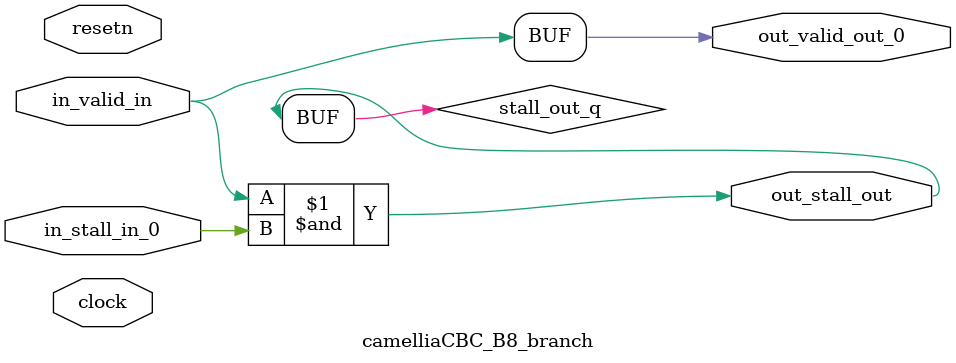
<source format=sv>



(* altera_attribute = "-name AUTO_SHIFT_REGISTER_RECOGNITION OFF; -name MESSAGE_DISABLE 10036; -name MESSAGE_DISABLE 10037; -name MESSAGE_DISABLE 14130; -name MESSAGE_DISABLE 14320; -name MESSAGE_DISABLE 15400; -name MESSAGE_DISABLE 14130; -name MESSAGE_DISABLE 10036; -name MESSAGE_DISABLE 12020; -name MESSAGE_DISABLE 12030; -name MESSAGE_DISABLE 12010; -name MESSAGE_DISABLE 12110; -name MESSAGE_DISABLE 14320; -name MESSAGE_DISABLE 13410; -name MESSAGE_DISABLE 113007; -name MESSAGE_DISABLE 10958" *)
module camelliaCBC_B8_branch (
    input wire [0:0] in_stall_in_0,
    input wire [0:0] in_valid_in,
    output wire [0:0] out_stall_out,
    output wire [0:0] out_valid_out_0,
    input wire clock,
    input wire resetn
    );

    wire [0:0] stall_out_q;


    // stall_out(LOGICAL,6)
    assign stall_out_q = in_valid_in & in_stall_in_0;

    // out_stall_out(GPOUT,4)
    assign out_stall_out = stall_out_q;

    // out_valid_out_0(GPOUT,5)
    assign out_valid_out_0 = in_valid_in;

endmodule

</source>
